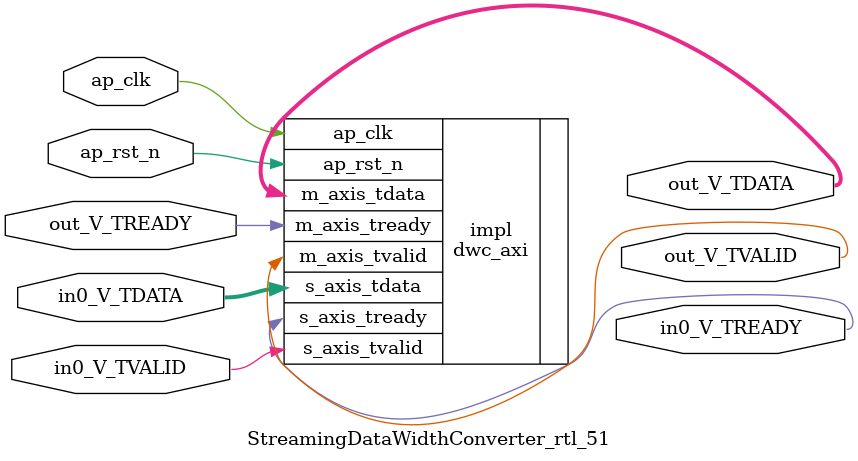
<source format=v>
/******************************************************************************
 * Copyright (C) 2023, Advanced Micro Devices, Inc.
 * All rights reserved.
 *
 * Redistribution and use in source and binary forms, with or without
 * modification, are permitted provided that the following conditions are met:
 *
 *  1. Redistributions of source code must retain the above copyright notice,
 *     this list of conditions and the following disclaimer.
 *
 *  2. Redistributions in binary form must reproduce the above copyright
 *     notice, this list of conditions and the following disclaimer in the
 *     documentation and/or other materials provided with the distribution.
 *
 *  3. Neither the name of the copyright holder nor the names of its
 *     contributors may be used to endorse or promote products derived from
 *     this software without specific prior written permission.
 *
 * THIS SOFTWARE IS PROVIDED BY THE COPYRIGHT HOLDERS AND CONTRIBUTORS "AS IS"
 * AND ANY EXPRESS OR IMPLIED WARRANTIES, INCLUDING, BUT NOT LIMITED TO,
 * THE IMPLIED WARRANTIES OF MERCHANTABILITY AND FITNESS FOR A PARTICULAR
 * PURPOSE ARE DISCLAIMED. IN NO EVENT SHALL THE COPYRIGHT HOLDER OR
 * CONTRIBUTORS BE LIABLE FOR ANY DIRECT, INDIRECT, INCIDENTAL, SPECIAL,
 * EXEMPLARY, OR CONSEQUENTIAL DAMAGES (INCLUDING, BUT NOT LIMITED TO,
 * PROCUREMENT OF SUBSTITUTE GOODS OR SERVICES; LOSS OF USE, DATA, OR PROFITS;
 * OR BUSINESS INTERRUPTION). HOWEVER CAUSED AND ON ANY THEORY OF LIABILITY,
 * WHETHER IN CONTRACT, STRICT LIABILITY, OR TORT (INCLUDING NEGLIGENCE OR
 * OTHERWISE) ARISING IN ANY WAY OUT OF THE USE OF THIS SOFTWARE, EVEN IF
 * ADVISED OF THE POSSIBILITY OF SUCH DAMAGE.
 *****************************************************************************/

module StreamingDataWidthConverter_rtl_51 #(
	parameter  IBITS = 4,
	parameter  OBITS = 256,

	parameter  AXI_IBITS = (IBITS+7)/8 * 8,
	parameter  AXI_OBITS = (OBITS+7)/8 * 8
)(
	//- Global Control ------------------
	(* X_INTERFACE_INFO = "xilinx.com:signal:clock:1.0 ap_clk CLK" *)
	(* X_INTERFACE_PARAMETER = "ASSOCIATED_BUSIF in0_V:out_V, ASSOCIATED_RESET ap_rst_n" *)
	input	ap_clk,
	(* X_INTERFACE_PARAMETER = "POLARITY ACTIVE_LOW" *)
	input	ap_rst_n,

	//- AXI Stream - Input --------------
	output	in0_V_TREADY,
	input	in0_V_TVALID,
	input	[AXI_IBITS-1:0]  in0_V_TDATA,

	//- AXI Stream - Output -------------
	input	out_V_TREADY,
	output	out_V_TVALID,
	output	[AXI_OBITS-1:0]  out_V_TDATA
);

	dwc_axi #(
		.IBITS(IBITS),
		.OBITS(OBITS)
	) impl (
		.ap_clk(ap_clk),
		.ap_rst_n(ap_rst_n),
		.s_axis_tready(in0_V_TREADY),
		.s_axis_tvalid(in0_V_TVALID),
		.s_axis_tdata(in0_V_TDATA),
		.m_axis_tready(out_V_TREADY),
		.m_axis_tvalid(out_V_TVALID),
		.m_axis_tdata(out_V_TDATA)
	);

endmodule

</source>
